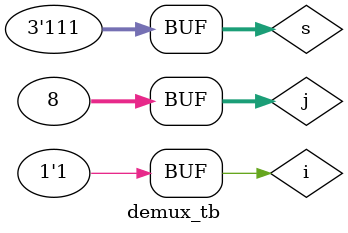
<source format=v>
module demux(i,s,d);
input i;
input [2:0]s;
output [7:0]d;
reg [7:0]d;
always @(i,s)
begin
d=8'b0;
case(s)
3'b000: d[0]=i;
3'b001: d[1]=i;
3'b010: d[2]=i;
3'b011: d[3]=i;
3'b100: d[4]=i;
3'b101: d[5]=i;
3'b110: d[6]=i;
3'b111: d[7]=i;
default d=8'b00000000;
endcase
end
endmodule

module demux_tb;
wire [7:0]d;
wire i;
reg [2:0]s;
assign i=1'b1;
demux d1(i,s,d);
integer j;
initial 
begin
for(j=0;j<8;j=j+1)
begin
#2 {s}=j;
end
end
endmodule

</source>
